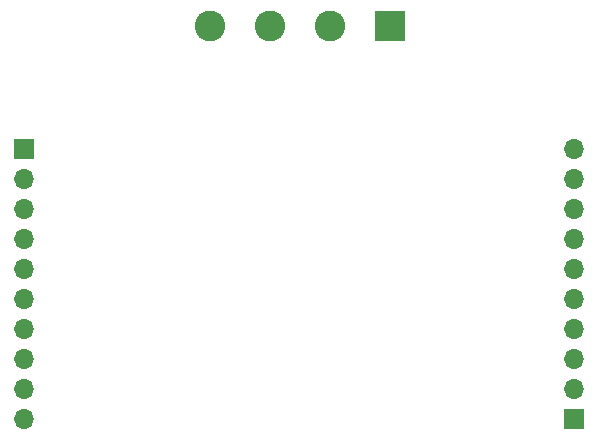
<source format=gbr>
%TF.GenerationSoftware,KiCad,Pcbnew,(5.1.10)-1*%
%TF.CreationDate,2022-09-18T09:06:00-05:00*%
%TF.ProjectId,digi_pot_tracer,64696769-5f70-46f7-945f-747261636572,A*%
%TF.SameCoordinates,Original*%
%TF.FileFunction,Soldermask,Bot*%
%TF.FilePolarity,Negative*%
%FSLAX46Y46*%
G04 Gerber Fmt 4.6, Leading zero omitted, Abs format (unit mm)*
G04 Created by KiCad (PCBNEW (5.1.10)-1) date 2022-09-18 09:06:00*
%MOMM*%
%LPD*%
G01*
G04 APERTURE LIST*
%ADD10O,1.700000X1.700000*%
%ADD11R,1.700000X1.700000*%
%ADD12C,2.600000*%
%ADD13R,2.600000X2.600000*%
G04 APERTURE END LIST*
D10*
%TO.C,J3*%
X204107000Y-73848000D03*
X204107000Y-76388000D03*
X204107000Y-78928000D03*
X204107000Y-81468000D03*
X204107000Y-84008000D03*
X204107000Y-86548000D03*
X204107000Y-89088000D03*
X204107000Y-91628000D03*
X204107000Y-94168000D03*
D11*
X204107000Y-96708000D03*
%TD*%
D10*
%TO.C,J2*%
X157594000Y-96708000D03*
X157594000Y-94168000D03*
X157594000Y-91628000D03*
X157594000Y-89088000D03*
X157594000Y-86548000D03*
X157594000Y-84008000D03*
X157594000Y-81468000D03*
X157594000Y-78928000D03*
X157594000Y-76388000D03*
D11*
X157594000Y-73848000D03*
%TD*%
D12*
%TO.C,J1*%
X173277500Y-63398500D03*
X178357500Y-63398500D03*
X183437500Y-63398500D03*
D13*
X188517500Y-63398500D03*
%TD*%
M02*

</source>
